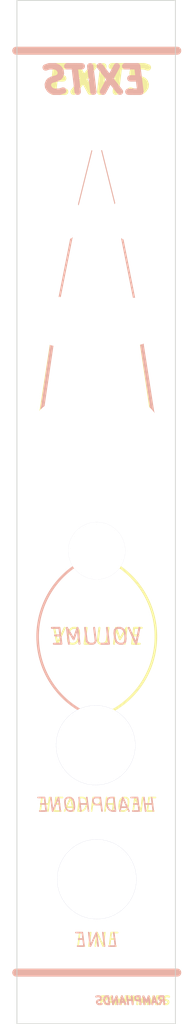
<source format=kicad_pcb>
(kicad_pcb (version 20211014) (generator pcbnew)
  (layers (0 "F.Cu" signal) (31 "B.Cu" signal) (34 "B.Paste" user) (35 "F.Paste" user) (36 "B.SilkS" user "B.Silkscreen") (37 "F.SilkS" user "F.Silkscreen") (38 "B.Mask" user) (39 "F.Mask" user) (44 "Edge.Cuts" user))
  (net 0 "")
  (footprint "MountingHole:MountingHole_6mm" (layer "F.Cu") (at 38.018098 35.068592)
    (fp_text reference "REF**" hide)
    (fp_text value "MountingHole_6mm")
    (pad "" np_thru_hole circle (at 0.012365 0) (size 6 6) (drill 6.2) (layers F&B.Cu *.Mask))
  )
  (footprint "MountingHole:MountingHole_6mm" (layer "F.Cu") (at 42.756987 72.447288)
    (fp_text reference "REF**" hide)
    (fp_text value "MountingHole_6mm")
    (pad "" np_thru_hole circle (at 0.042347 0.107902) (size 6 6) (drill 6.2) (layers F&B.Cu *.Mask))
  )
  (footprint "" (layer "F.Cu") (at 33.666544 22.226094)
    (fp_text reference "" (at 0 0) (layer "F.SilkS") (effects (font (size 1.27 1.27))))
    (fp_text value "" (at 0 0) (layer "F.SilkS") (effects (font (size 1.27 1.27))))
    (pad "" np_thru_hole oval (at 0 0) (size 7 3.3) (drill oval 7 3.3) (layers F&B.Cu *.Mask))
  )
  (footprint "MountingHole:MountingHole_6mm" (layer "F.Cu") (at 42.799334 59.460401)
    (fp_text reference "REF**" hide)
    (fp_text value "MountingHole_6mm")
    (pad "" np_thru_hole circle (at 0 0.066379) (size 6 6) (drill 6.2) (layers F&B.Cu *.Mask))
  )
  (footprint "MountingHole:MountingHole_6mm" (layer "F.Cu") (at 33.261592 72.55519)
    (fp_text reference "REF**" hide)
    (fp_text value "MountingHole_6mm")
    (pad "" np_thru_hole circle (at 0 0) (size 6 6) (drill 6.2) (layers F&B.Cu *.Mask))
  )
  (footprint "MountingHole:MountingHole_6mm" (layer "F.Cu") (at 33.226874 46.534768)
    (fp_text reference "REF**" hide)
    (fp_text value "MountingHole_6mm")
    (pad "" np_thru_hole circle (at 0.034718 -0.018223) (size 6 6) (drill 6.2) (layers F&B.Cu *.Mask))
  )
  (footprint "" (layer "F.Cu") (at 33.655762 144.687579)
    (fp_text reference "" (at 0 0) (layer "F.SilkS") (effects (font (size 1.27 1.27))))
    (fp_text value "" (at 0 0) (layer "F.SilkS") (effects (font (size 1.27 1.27))))
    (pad "" np_thru_hole oval (at 0 0) (size 7 3.3) (drill oval 7 3.3) (layers F&B.Cu *.Mask))
  )
  (footprint "MountingHole:MountingHole_6mm" (layer "F.Cu") (at 33.307173 59.52678)
    (fp_text reference "REF**" hide)
    (fp_text value "MountingHole_6mm")
    (pad "" np_thru_hole circle (at -0.045581 0) (size 6.2 6.2) (drill 6.2) (layers F&B.Cu *.Mask))
  )
  (footprint "MountingHole:MountingHole_6mm" (layer "F.Cu") (at 42.799334 46.516545)
    (fp_text reference "REF**" hide)
    (fp_text value "MountingHole_6mm")
    (pad "" np_thru_hole circle (at 0 0) (size 6 6) (drill 6.2) (layers F&B.Cu *.Mask))
  )
  (gr_line (start 40.64 45.72) (end 38.1 35.56) (layer "B.SilkS") (width 0.12))
  (gr_line (start 35.56 45.72) (end 38.1 35.56) (layer "B.SilkS") (width 0.12))
  (gr_arc (start 38.1 109.22) (mid 30.636737 99.06) (end 38.1 88.9) (layer "B.SilkS") (width 0.32))
  (gr_line (start 27.94 25.506059) (end 48.26 25.506059) (layer "B.SilkS") (width 1))
  (gr_line (start 35.56 45.72) (end 38.1 35.56) (layer "B.SilkS") (width 0.12))
  (gr_line (start 33.02 58.42) (end 35.56 45.72) (layer "B.SilkS") (width 0.27))
  (gr_line (start 30.981157 72.156531) (end 33.02 58.42) (layer "B.SilkS") (width 0.45))
  (gr_line (start 27.94 141.261582) (end 48.26 141.261582) (layer "B.SilkS") (width 1))
  (gr_line (start 43.18 58.42) (end 40.64 45.72) (layer "B.SilkS") (width 0.27))
  (gr_line (start 45.389397 72.532398) (end 43.18 58.42) (layer "B.SilkS") (width 0.45))
  (gr_line (start 27.94 141.261582) (end 48.26 141.261582) (layer "B.SilkS") (width 1))
  (gr_line (start 43.18 58.42) (end 40.64 45.72) (layer "B.SilkS") (width 0.27))
  (gr_line (start 30.981157 72.156531) (end 33.02 58.42) (layer "B.SilkS") (width 0.45))
  (gr_line (start 33.02 58.42) (end 35.56 45.72) (layer "B.SilkS") (width 0.27))
  (gr_line (start 45.389397 72.532398) (end 43.18 58.42) (layer "B.SilkS") (width 0.45))
  (gr_line (start 27.94 25.506059) (end 48.26 25.506059) (layer "B.SilkS") (width 1))
  (gr_arc (start 38.1 109.22) (mid 30.636737 99.06) (end 38.1 88.9) (layer "B.SilkS") (width 0.32))
  (gr_line (start 40.64 45.72) (end 38.1 35.56) (layer "B.SilkS") (width 0.12))
  (gr_line (start 35.56 45.72) (end 33.02 58.42) (layer "F.SilkS") (width 0.27))
  (gr_line (start 33.02 58.42) (end 30.810603 72.532398) (layer "F.SilkS") (width 0.45))
  (gr_line (start 38.1 35.56) (end 40.64 45.72) (layer "F.SilkS") (width 0.12))
  (gr_line (start 40.64 45.72) (end 43.18 58.42) (layer "F.SilkS") (width 0.27))
  (gr_line (start 35.56 45.72) (end 33.02 58.42) (layer "F.SilkS") (width 0.27))
  (gr_line (start 43.18 58.42) (end 45.218843 72.156531) (layer "F.SilkS") (width 0.45))
  (gr_line (start 38.1 35.56) (end 35.56 45.72) (layer "F.SilkS") (width 0.12))
  (gr_arc (start 38.1 88.9) (mid 45.563262 99.06) (end 38.1 109.22) (layer "F.SilkS") (width 0.32))
  (gr_line (start 38.1 35.56) (end 35.56 45.72) (layer "F.SilkS") (width 0.12))
  (gr_line (start 38.1 35.56) (end 40.64 45.72) (layer "F.SilkS") (width 0.12))
  (gr_line (start 27.94 141.261582) (end 48.26 141.261582) (layer "F.SilkS") (width 1))
  (gr_line (start 40.64 45.72) (end 43.18 58.42) (layer "F.SilkS") (width 0.27))
  (gr_line (start 27.94 141.261582) (end 48.26 141.261582) (layer "F.SilkS") (width 1))
  (gr_arc (start 38.1 88.9) (mid 45.563263 99.06) (end 38.1 109.22) (layer "F.SilkS") (width 0.32))
  (gr_line (start 27.94 25.506059) (end 48.26 25.506059) (layer "F.SilkS") (width 1))
  (gr_line (start 43.18 58.42) (end 45.218843 72.156531) (layer "F.SilkS") (width 0.45))
  (gr_line (start 27.94 25.506059) (end 48.26 25.506059) (layer "F.SilkS") (width 1))
  (gr_line (start 33.02 58.42) (end 30.810603 72.532398) (layer "F.SilkS") (width 0.45))
  (gr_line (start 48.025051 19.188478) (end 28.025377 19.188478) (layer "Edge.Cuts") (width 0.099836))
  (gr_line (start 28.025377 19.188478) (end 28.025377 19.188478) (layer "Edge.Cuts") (width 0.099836))
  (gr_line (start 48.025051 147.688493) (end 48.025051 19.188478) (layer "Edge.Cuts") (width 0.099836))
  (gr_line (start 48.025051 19.188478) (end 48.025051 19.188478) (layer "Edge.Cuts") (width 0.099836))
  (gr_line (start 28.025377 147.688493) (end 48.025051 147.688493) (layer "Edge.Cuts") (width 0.099836))
  (gr_line (start 48.025051 147.688493) (end 48.025051 147.688493) (layer "Edge.Cuts") (width 0.099836))
  (gr_line (start 28.025377 19.188478) (end 28.025377 147.688493) (layer "Edge.Cuts") (width 0.099836))
  (gr_text "VOLUME" (at 38.1 99.06) (layer "B.SilkS") (effects (font (size 2 2) (thickness 0.25) italic) (justify mirror)))
  (gr_text "RAMPHANDS" (at 42.40885 144.78) (layer "B.SilkS") (effects (font (size 1 1) (thickness 0.25) italic) (justify mirror)))
  (gr_text "LINE\n" (at 38.1 137.16) (layer "B.SilkS") (effects (font (size 1.7 1.7) (thickness 0.2) italic) (justify mirror)))
  (gr_text "HEADPHONE" (at 38.1 120.2) (layer "B.SilkS") (effects (font (size 1.7 1.7) (thickness 0.2) italic) (justify mirror)))
  (gr_text "VOLUME" (at 38.1 99.06) (layer "B.SilkS") (effects (font (size 2 2) (thickness 0.25) italic) (justify mirror)))
  (gr_text "EXITS" (at 37.882453 29.218143) (layer "B.SilkS") (effects (font (size 3.2 3.2) (thickness 0.8) italic) (justify mirror)))
  (gr_text "EXITS" (at 37.882453 29.218143) (layer "B.SilkS") (effects (font (size 3.2 3.2) (thickness 0.8) italic) (justify mirror)))
  (gr_text "LINE\n" (at 38.1 137.16) (layer "B.SilkS") (effects (font (size 1.7 1.7) (thickness 0.2) italic) (justify mirror)))
  (gr_text "HEADPHONE" (at 38.1 120.2) (layer "B.SilkS") (effects (font (size 1.7 1.7) (thickness 0.2) italic) (justify mirror)))
  (gr_text "RAMPHANDS" (at 42.854857 144.78) (layer "F.SilkS") (effects (font (size 1 1) (thickness 0.25) italic)))
  (gr_text "LINE\n" (at 38.1 137.16) (layer "F.SilkS") (effects (font (size 1.7 1.7) (thickness 0.2) italic)))
  (gr_text "VOLUME" (at 38.1 99.06) (layer "F.SilkS") (effects (font (size 2 2) (thickness 0.25) italic)))
  (gr_text "HEADPHONE" (at 38.1 120.2) (layer "F.SilkS") (effects (font (size 1.7 1.7) (thickness 0.2) italic)))
  (gr_text "VOLUME" (at 38.1 99.06) (layer "F.SilkS") (effects (font (size 2 2) (thickness 0.25) italic)))
  (gr_text "EXITS" (at 38.317547 29.218143) (layer "F.SilkS") (effects (font (size 3.2 3.2) (thickness 0.8) italic)))
  (gr_text "RAMPHANDS" (at 42.854857 144.78) (layer "F.SilkS") (effects (font (size 1 1) (thickness 0.25) italic)))
  (gr_text "LINE\n" (at 38.1 137.16) (layer "F.SilkS") (effects (font (size 1.7 1.7) (thickness 0.2) italic)))
  (gr_text "HEADPHONE" (at 38.1 120.2) (layer "F.SilkS") (effects (font (size 1.7 1.7) (thickness 0.2) italic)))
  (gr_text "EXITS" (at 38.317547 29.218143) (layer "F.SilkS") (effects (font (size 3.2 3.2) (thickness 0.8) italic)))
  (via (at 38.1 129.54) (size 10) (drill 9.99) (layers "F.Cu" "B.Cu") (net 0))
  (via (at 37.963191 112.712588) (size 10) (drill 9.99) (layers "F.Cu" "B.Cu") (net 0))
  (via (at 38.1 88.29341) (size 7.201) (drill 7.2) (layers "F.Cu" "B.Cu") (net 0))
)
</source>
